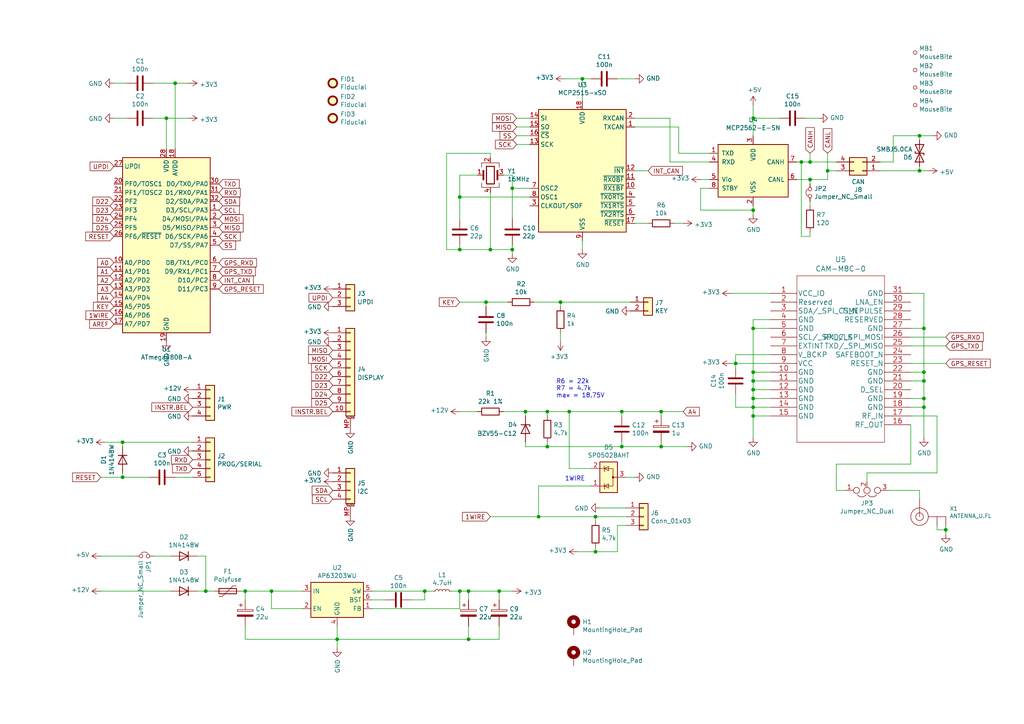
<source format=kicad_sch>
(kicad_sch (version 20230121) (generator eeschema)
  (paper "A4")
  (title_block (title "CAN Display") (date "2021-03-12") (rev "0.5.1") (company "fiz-o-matic"))
  (junction (at 191.77 119.38))
  (junction (at 218.44 34.29))
  (junction (at 165.1 119.38))
  (junction (at 97.79 185.42))
  (junction (at 218.44 60.96))
  (junction (at 144.78 171.45))
  (junction (at 267.97 107.95))
  (junction (at 158.75 129.54))
  (junction (at 191.77 129.54))
  (junction (at 168.91 22.86))
  (junction (at 148.59 72.39))
  (junction (at 274.32 153.67))
  (junction (at 234.95 52.07))
  (junction (at 123.19 171.45))
  (junction (at 135.89 185.42))
  (junction (at 218.44 115.57))
  (junction (at 267.97 118.11))
  (junction (at 218.44 95.25))
  (junction (at 135.89 171.45))
  (junction (at 133.35 72.39))
  (junction (at 162.56 87.63))
  (junction (at 35.56 128.27))
  (junction (at 71.12 171.45))
  (junction (at 267.97 95.25))
  (junction (at 218.44 107.95))
  (junction (at 152.4 119.38))
  (junction (at 267.97 110.49))
  (junction (at 156.21 149.86))
  (junction (at 142.24 72.39))
  (junction (at 48.26 34.29))
  (junction (at 133.35 171.45))
  (junction (at 78.74 171.45))
  (junction (at 213.36 105.41))
  (junction (at 172.72 160.02))
  (junction (at 266.7 39.37))
  (junction (at 50.8 24.13))
  (junction (at 180.34 119.38))
  (junction (at 158.75 119.38))
  (junction (at 133.35 57.15))
  (junction (at 232.41 46.99))
  (junction (at 180.34 129.54))
  (junction (at 218.44 113.03))
  (junction (at 172.72 149.86))
  (junction (at 148.59 54.61))
  (junction (at 234.95 46.99))
  (junction (at 240.03 49.53))
  (junction (at 218.44 110.49))
  (junction (at 218.44 120.65))
  (junction (at 59.69 171.45))
  (junction (at 267.97 115.57))
  (junction (at 140.97 87.63))
  (junction (at 218.44 118.11))
  (junction (at 35.56 138.43))
  (junction (at 266.7 49.53))
  (wire (pts (xy 196.85 44.45) (xy 205.74 44.45)))
  (wire (pts (xy 29.21 161.29) (xy 39.37 161.29)))
  (wire (pts (xy 35.56 137.16) (xy 35.56 138.43)))
  (wire (pts (xy 142.24 55.88) (xy 142.24 72.39)))
  (wire (pts (xy 148.59 50.8) (xy 148.59 54.61)))
  (wire (pts (xy 257.81 142.24) (xy 266.7 142.24)))
  (wire (pts (xy 234.95 46.99) (xy 242.57 46.99)))
  (wire (pts (xy 97.79 185.42) (xy 135.89 185.42)))
  (wire (pts (xy 133.35 176.53) (xy 133.35 171.45)))
  (wire (pts (xy 142.24 149.86) (xy 156.21 149.86)))
  (wire (pts (xy 35.56 138.43) (xy 43.18 138.43)))
  (wire (pts (xy 259.08 46.99) (xy 259.08 39.37)))
  (wire (pts (xy 267.97 110.49) (xy 267.97 115.57)))
  (wire (pts (xy 264.16 110.49) (xy 267.97 110.49)))
  (wire (pts (xy 271.78 153.67) (xy 274.32 153.67)))
  (wire (pts (xy 156.21 149.86) (xy 156.21 140.97)))
  (wire (pts (xy 163.83 22.86) (xy 168.91 22.86)))
  (wire (pts (xy 149.86 41.91) (xy 153.67 41.91)))
  (wire (pts (xy 123.19 173.99) (xy 123.19 171.45)))
  (wire (pts (xy 162.56 96.52) (xy 162.56 99.06)))
  (wire (pts (xy 264.16 118.11) (xy 267.97 118.11)))
  (wire (pts (xy 133.35 57.15) (xy 153.67 57.15)))
  (wire (pts (xy 149.86 39.37) (xy 153.67 39.37)))
  (wire (pts (xy 203.2 60.96) (xy 218.44 60.96)))
  (wire (pts (xy 259.08 39.37) (xy 266.7 39.37)))
  (wire (pts (xy 271.78 137.16) (xy 271.78 120.65)))
  (wire (pts (xy 172.72 149.86) (xy 181.61 149.86)))
  (wire (pts (xy 213.36 105.41) (xy 213.36 106.68)))
  (wire (pts (xy 172.72 151.13) (xy 172.72 149.86)))
  (wire (pts (xy 213.36 114.3) (xy 213.36 118.11)))
  (wire (pts (xy 152.4 120.65) (xy 152.4 119.38)))
  (wire (pts (xy 271.78 120.65) (xy 264.16 120.65)))
  (wire (pts (xy 154.94 87.63) (xy 162.56 87.63)))
  (wire (pts (xy 59.69 171.45) (xy 62.23 171.45)))
  (wire (pts (xy 144.78 185.42) (xy 144.78 181.61)))
  (wire (pts (xy 133.35 119.38) (xy 138.43 119.38)))
  (wire (pts (xy 242.57 134.62) (xy 242.57 142.24)))
  (wire (pts (xy 165.1 135.89) (xy 171.45 135.89)))
  (wire (pts (xy 266.7 40.64) (xy 266.7 39.37)))
  (wire (pts (xy 195.58 64.77) (xy 198.12 64.77)))
  (wire (pts (xy 30.48 128.27) (xy 35.56 128.27)))
  (wire (pts (xy 44.45 24.13) (xy 50.8 24.13)))
  (wire (pts (xy 142.24 44.45) (xy 129.54 44.45)))
  (wire (pts (xy 213.36 105.41) (xy 212.09 105.41)))
  (wire (pts (xy 218.44 92.71) (xy 218.44 95.25)))
  (wire (pts (xy 264.16 123.19) (xy 264.16 134.62)))
  (wire (pts (xy 158.75 120.65) (xy 158.75 119.38)))
  (wire (pts (xy 71.12 171.45) (xy 78.74 171.45)))
  (wire (pts (xy 148.59 54.61) (xy 153.67 54.61)))
  (wire (pts (xy 269.24 49.53) (xy 266.7 49.53)))
  (wire (pts (xy 148.59 63.5) (xy 148.59 54.61)))
  (wire (pts (xy 267.97 118.11) (xy 267.97 127)))
  (wire (pts (xy 264.16 115.57) (xy 267.97 115.57)))
  (wire (pts (xy 203.2 52.07) (xy 205.74 52.07)))
  (wire (pts (xy 223.52 120.65) (xy 218.44 120.65)))
  (wire (pts (xy 233.68 34.29) (xy 237.49 34.29)))
  (wire (pts (xy 213.36 102.87) (xy 223.52 102.87)))
  (wire (pts (xy 218.44 107.95) (xy 218.44 110.49)))
  (wire (pts (xy 191.77 119.38) (xy 198.12 119.38)))
  (wire (pts (xy 50.8 24.13) (xy 50.8 43.18)))
  (wire (pts (xy 274.32 152.4) (xy 274.32 153.67)))
  (wire (pts (xy 218.44 120.65) (xy 218.44 127)))
  (wire (pts (xy 33.02 24.13) (xy 36.83 24.13)))
  (wire (pts (xy 78.74 176.53) (xy 78.74 171.45)))
  (wire (pts (xy 50.8 138.43) (xy 55.88 138.43)))
  (wire (pts (xy 156.21 149.86) (xy 172.72 149.86)))
  (wire (pts (xy 234.95 68.58) (xy 234.95 67.31)))
  (wire (pts (xy 172.72 158.75) (xy 172.72 160.02)))
  (wire (pts (xy 146.05 50.8) (xy 148.59 50.8)))
  (wire (pts (xy 148.59 72.39) (xy 148.59 73.66)))
  (wire (pts (xy 184.15 49.53) (xy 187.96 49.53)))
  (wire (pts (xy 194.31 46.99) (xy 205.74 46.99)))
  (wire (pts (xy 172.72 160.02) (xy 179.07 160.02)))
  (wire (pts (xy 203.2 54.61) (xy 203.2 60.96)))
  (wire (pts (xy 71.12 171.45) (xy 71.12 173.99)))
  (wire (pts (xy 129.54 72.39) (xy 133.35 72.39)))
  (wire (pts (xy 223.52 105.41) (xy 213.36 105.41)))
  (wire (pts (xy 133.35 63.5) (xy 133.35 57.15)))
  (wire (pts (xy 167.64 160.02) (xy 172.72 160.02)))
  (wire (pts (xy 223.52 118.11) (xy 218.44 118.11)))
  (wire (pts (xy 232.41 46.99) (xy 234.95 46.99)))
  (wire (pts (xy 218.44 113.03) (xy 218.44 115.57)))
  (wire (pts (xy 251.46 139.7) (xy 251.46 137.16)))
  (wire (pts (xy 264.16 95.25) (xy 267.97 95.25)))
  (wire (pts (xy 194.31 34.29) (xy 194.31 46.99)))
  (wire (pts (xy 133.35 171.45) (xy 130.81 171.45)))
  (wire (pts (xy 264.16 134.62) (xy 242.57 134.62)))
  (wire (pts (xy 35.56 128.27) (xy 55.88 128.27)))
  (wire (pts (xy 168.91 69.85) (xy 168.91 72.39)))
  (wire (pts (xy 184.15 64.77) (xy 187.96 64.77)))
  (wire (pts (xy 149.86 36.83) (xy 153.67 36.83)))
  (wire (pts (xy 133.35 171.45) (xy 135.89 171.45)))
  (wire (pts (xy 232.41 46.99) (xy 232.41 68.58)))
  (wire (pts (xy 218.44 95.25) (xy 218.44 107.95)))
  (wire (pts (xy 240.03 52.07) (xy 240.03 49.53)))
  (wire (pts (xy 180.34 128.27) (xy 180.34 129.54)))
  (wire (pts (xy 152.4 128.27) (xy 152.4 129.54)))
  (wire (pts (xy 242.57 142.24) (xy 245.11 142.24)))
  (wire (pts (xy 158.75 128.27) (xy 158.75 129.54)))
  (wire (pts (xy 48.26 34.29) (xy 54.61 34.29)))
  (wire (pts (xy 97.79 185.42) (xy 97.79 187.96)))
  (wire (pts (xy 44.45 34.29) (xy 48.26 34.29)))
  (wire (pts (xy 234.95 59.69) (xy 234.95 58.42)))
  (wire (pts (xy 158.75 129.54) (xy 180.34 129.54)))
  (wire (pts (xy 180.34 120.65) (xy 180.34 119.38)))
  (wire (pts (xy 179.07 22.86) (xy 184.15 22.86)))
  (wire (pts (xy 180.34 119.38) (xy 191.77 119.38)))
  (wire (pts (xy 223.52 115.57) (xy 218.44 115.57)))
  (wire (pts (xy 162.56 88.9) (xy 162.56 87.63)))
  (wire (pts (xy 135.89 181.61) (xy 135.89 185.42)))
  (wire (pts (xy 191.77 120.65) (xy 191.77 119.38)))
  (wire (pts (xy 140.97 88.9) (xy 140.97 87.63)))
  (wire (pts (xy 152.4 129.54) (xy 158.75 129.54)))
  (wire (pts (xy 173.99 147.32) (xy 181.61 147.32)))
  (wire (pts (xy 168.91 29.21) (xy 168.91 22.86)))
  (wire (pts (xy 158.75 119.38) (xy 165.1 119.38)))
  (wire (pts (xy 266.7 39.37) (xy 270.51 39.37)))
  (wire (pts (xy 212.09 85.09) (xy 223.52 85.09)))
  (wire (pts (xy 266.7 48.26) (xy 266.7 49.53)))
  (wire (pts (xy 266.7 142.24) (xy 266.7 144.78)))
  (wire (pts (xy 142.24 72.39) (xy 148.59 72.39)))
  (wire (pts (xy 205.74 54.61) (xy 203.2 54.61)))
  (wire (pts (xy 234.95 52.07) (xy 240.03 52.07)))
  (wire (pts (xy 171.45 22.86) (xy 168.91 22.86)))
  (wire (pts (xy 223.52 113.03) (xy 218.44 113.03)))
  (wire (pts (xy 107.95 173.99) (xy 111.76 173.99)))
  (wire (pts (xy 240.03 44.45) (xy 240.03 49.53)))
  (wire (pts (xy 218.44 30.48) (xy 218.44 34.29)))
  (wire (pts (xy 69.85 171.45) (xy 71.12 171.45)))
  (wire (pts (xy 231.14 52.07) (xy 234.95 52.07)))
  (wire (pts (xy 196.85 36.83) (xy 196.85 44.45)))
  (wire (pts (xy 107.95 176.53) (xy 133.35 176.53)))
  (wire (pts (xy 162.56 87.63) (xy 182.88 87.63)))
  (wire (pts (xy 33.02 34.29) (xy 36.83 34.29)))
  (wire (pts (xy 152.4 119.38) (xy 158.75 119.38)))
  (wire (pts (xy 264.16 85.09) (xy 267.97 85.09)))
  (wire (pts (xy 135.89 171.45) (xy 144.78 171.45)))
  (wire (pts (xy 78.74 171.45) (xy 87.63 171.45)))
  (wire (pts (xy 29.21 138.43) (xy 35.56 138.43)))
  (wire (pts (xy 223.52 107.95) (xy 218.44 107.95)))
  (wire (pts (xy 133.35 87.63) (xy 140.97 87.63)))
  (wire (pts (xy 267.97 107.95) (xy 267.97 110.49)))
  (wire (pts (xy 213.36 118.11) (xy 218.44 118.11)))
  (wire (pts (xy 218.44 60.96) (xy 218.44 62.23)))
  (wire (pts (xy 180.34 129.54) (xy 191.77 129.54)))
  (wire (pts (xy 274.32 100.33) (xy 264.16 100.33)))
  (wire (pts (xy 218.44 110.49) (xy 218.44 113.03)))
  (wire (pts (xy 232.41 68.58) (xy 234.95 68.58)))
  (wire (pts (xy 184.15 36.83) (xy 196.85 36.83)))
  (wire (pts (xy 129.54 44.45) (xy 129.54 72.39)))
  (wire (pts (xy 267.97 85.09) (xy 267.97 95.25)))
  (wire (pts (xy 142.24 45.72) (xy 142.24 44.45)))
  (wire (pts (xy 123.19 171.45) (xy 125.73 171.45)))
  (wire (pts (xy 57.15 171.45) (xy 59.69 171.45)))
  (wire (pts (xy 71.12 181.61) (xy 71.12 185.42)))
  (wire (pts (xy 181.61 138.43) (xy 184.15 138.43)))
  (wire (pts (xy 107.95 171.45) (xy 123.19 171.45)))
  (wire (pts (xy 255.27 46.99) (xy 259.08 46.99)))
  (wire (pts (xy 35.56 129.54) (xy 35.56 128.27)))
  (wire (pts (xy 271.78 152.4) (xy 271.78 153.67)))
  (wire (pts (xy 213.36 105.41) (xy 213.36 102.87)))
  (wire (pts (xy 87.63 176.53) (xy 78.74 176.53)))
  (wire (pts (xy 267.97 115.57) (xy 267.97 118.11)))
  (wire (pts (xy 234.95 44.45) (xy 234.95 46.99)))
  (wire (pts (xy 119.38 173.99) (xy 123.19 173.99)))
  (wire (pts (xy 165.1 119.38) (xy 180.34 119.38)))
  (wire (pts (xy 144.78 171.45) (xy 148.59 171.45)))
  (wire (pts (xy 140.97 87.63) (xy 147.32 87.63)))
  (wire (pts (xy 240.03 49.53) (xy 242.57 49.53)))
  (wire (pts (xy 140.97 96.52) (xy 140.97 97.79)))
  (wire (pts (xy 191.77 129.54) (xy 199.39 129.54)))
  (wire (pts (xy 57.15 161.29) (xy 59.69 161.29)))
  (wire (pts (xy 179.07 160.02) (xy 179.07 152.4)))
  (wire (pts (xy 146.05 119.38) (xy 152.4 119.38)))
  (wire (pts (xy 274.32 97.79) (xy 264.16 97.79)))
  (wire (pts (xy 251.46 137.16) (xy 271.78 137.16)))
  (wire (pts (xy 71.12 185.42) (xy 97.79 185.42)))
  (wire (pts (xy 156.21 140.97) (xy 171.45 140.97)))
  (wire (pts (xy 218.44 118.11) (xy 218.44 120.65)))
  (wire (pts (xy 264.16 107.95) (xy 267.97 107.95)))
  (wire (pts (xy 223.52 110.49) (xy 218.44 110.49)))
  (wire (pts (xy 48.26 34.29) (xy 48.26 43.18)))
  (wire (pts (xy 138.43 50.8) (xy 133.35 50.8)))
  (wire (pts (xy 135.89 171.45) (xy 135.89 173.99)))
  (wire (pts (xy 274.32 153.67) (xy 274.32 154.94)))
  (wire (pts (xy 133.35 50.8) (xy 133.35 57.15)))
  (wire (pts (xy 274.32 105.41) (xy 264.16 105.41)))
  (wire (pts (xy 144.78 171.45) (xy 144.78 173.99)))
  (wire (pts (xy 223.52 95.25) (xy 218.44 95.25)))
  (wire (pts (xy 149.86 34.29) (xy 153.67 34.29)))
  (wire (pts (xy 191.77 128.27) (xy 191.77 129.54)))
  (wire (pts (xy 255.27 49.53) (xy 266.7 49.53)))
  (wire (pts (xy 218.44 59.69) (xy 218.44 60.96)))
  (wire (pts (xy 218.44 115.57) (xy 218.44 118.11)))
  (wire (pts (xy 97.79 181.61) (xy 97.79 185.42)))
  (wire (pts (xy 231.14 46.99) (xy 232.41 46.99)))
  (wire (pts (xy 148.59 71.12) (xy 148.59 72.39)))
  (wire (pts (xy 223.52 92.71) (xy 218.44 92.71)))
  (wire (pts (xy 135.89 185.42) (xy 144.78 185.42)))
  (wire (pts (xy 165.1 119.38) (xy 165.1 135.89)))
  (wire (pts (xy 59.69 161.29) (xy 59.69 171.45)))
  (wire (pts (xy 234.95 53.34) (xy 234.95 52.07)))
  (wire (pts (xy 50.8 24.13) (xy 54.61 24.13)))
  (wire (pts (xy 218.44 34.29) (xy 218.44 39.37)))
  (wire (pts (xy 133.35 72.39) (xy 142.24 72.39)))
  (wire (pts (xy 44.45 161.29) (xy 49.53 161.29)))
  (wire (pts (xy 133.35 71.12) (xy 133.35 72.39)))
  (wire (pts (xy 29.21 171.45) (xy 49.53 171.45)))
  (wire (pts (xy 267.97 95.25) (xy 267.97 107.95)))
  (wire (pts (xy 226.06 34.29) (xy 218.44 34.29)))
  (wire (pts (xy 179.07 152.4) (xy 181.61 152.4)))
  (wire (pts (xy 184.15 34.29) (xy 194.31 34.29)))
  (text "1WIRE" (at 163.83 139.7 0) (effects (font (size 1.27 1.27)) (justify left bottom)))
  (text "R6 = 22k\nR7 = 4.7k\nmax = 18.75V" (at 161.29 115.57 0) (effects (font (size 1.27 1.27)) (justify left bottom)))
  (global_label "1WIRE" (shape input) (at 142.24 149.86 180) (property "Intersheetrefs" "${INTERSHEET_REFS}" (effects hide)))
  (global_label "MISO" (shape input) (at 149.86 36.83 180) (property "Intersheetrefs" "${INTERSHEET_REFS}" (effects hide)))
  (global_label "MISO" (shape input) (at 96.52 101.6 180) (property "Intersheetrefs" "${INTERSHEET_REFS}" (effects hide)))
  (global_label "RXD" (shape input) (at 63.5 55.88 0) (property "Intersheetrefs" "${INTERSHEET_REFS}" (effects hide)))
  (global_label "UPDI" (shape input) (at 33.02 48.26 180) (property "Intersheetrefs" "${INTERSHEET_REFS}" (effects hide)))
  (global_label "KEY" (shape input) (at 133.35 87.63 180) (property "Intersheetrefs" "${INTERSHEET_REFS}" (effects hide)))
  (global_label "INT_CAN" (shape input) (at 63.5 81.28 0) (property "Intersheetrefs" "${INTERSHEET_REFS}" (effects hide)))
  (global_label "TXD" (shape input) (at 55.88 135.89 180) (property "Intersheetrefs" "${INTERSHEET_REFS}" (effects hide)))
  (global_label "RESET" (shape input) (at 33.02 68.58 180) (property "Intersheetrefs" "${INTERSHEET_REFS}" (effects hide)))
  (global_label "INSTR.BEL" (shape input) (at 96.52 119.38 180) (property "Intersheetrefs" "${INTERSHEET_REFS}" (effects hide)))
  (global_label "A4" (shape input) (at 198.12 119.38 0) (property "Intersheetrefs" "${INTERSHEET_REFS}" (effects hide)))
  (global_label "AREF" (shape input) (at 33.02 93.98 180) (property "Intersheetrefs" "${INTERSHEET_REFS}" (effects hide)))
  (global_label "D23" (shape input) (at 96.52 111.76 180) (property "Intersheetrefs" "${INTERSHEET_REFS}" (effects hide)))
  (global_label "SS" (shape input) (at 149.86 39.37 180) (property "Intersheetrefs" "${INTERSHEET_REFS}" (effects hide)))
  (global_label "MOSI" (shape input) (at 96.52 104.14 180) (property "Intersheetrefs" "${INTERSHEET_REFS}" (effects hide)))
  (global_label "D25" (shape input) (at 96.52 116.84 180) (property "Intersheetrefs" "${INTERSHEET_REFS}" (effects hide)))
  (global_label "A0" (shape input) (at 33.02 76.2 180) (property "Intersheetrefs" "${INTERSHEET_REFS}" (effects hide)))
  (global_label "MISO" (shape input) (at 63.5 66.04 0) (property "Intersheetrefs" "${INTERSHEET_REFS}" (effects hide)))
  (global_label "SCL" (shape input) (at 96.52 144.78 180) (property "Intersheetrefs" "${INTERSHEET_REFS}" (effects hide)))
  (global_label "A4" (shape input) (at 33.02 86.36 180) (property "Intersheetrefs" "${INTERSHEET_REFS}" (effects hide)))
  (global_label "D24" (shape input) (at 33.02 63.5 180) (property "Intersheetrefs" "${INTERSHEET_REFS}" (effects hide)))
  (global_label "D24" (shape input) (at 96.52 114.3 180) (property "Intersheetrefs" "${INTERSHEET_REFS}" (effects hide)))
  (global_label "SDA" (shape input) (at 63.5 58.42 0) (property "Intersheetrefs" "${INTERSHEET_REFS}" (effects hide)))
  (global_label "INT_CAN" (shape input) (at 187.96 49.53 0) (property "Intersheetrefs" "${INTERSHEET_REFS}" (effects hide)))
  (global_label "1WIRE" (shape input) (at 33.02 91.44 180) (property "Intersheetrefs" "${INTERSHEET_REFS}" (effects hide)))
  (global_label "SCL" (shape input) (at 63.5 60.96 0) (property "Intersheetrefs" "${INTERSHEET_REFS}" (effects hide)))
  (global_label "A3" (shape input) (at 33.02 83.82 180) (property "Intersheetrefs" "${INTERSHEET_REFS}" (effects hide)))
  (global_label "MOSI" (shape input) (at 149.86 34.29 180) (property "Intersheetrefs" "${INTERSHEET_REFS}" (effects hide)))
  (global_label "SCK" (shape input) (at 63.5 68.58 0) (property "Intersheetrefs" "${INTERSHEET_REFS}" (effects hide)))
  (global_label "SS" (shape input) (at 63.5 71.12 0) (property "Intersheetrefs" "${INTERSHEET_REFS}" (effects hide)))
  (global_label "UPDI" (shape input) (at 96.52 86.36 180) (property "Intersheetrefs" "${INTERSHEET_REFS}" (effects hide)))
  (global_label "SCK" (shape input) (at 149.86 41.91 180) (property "Intersheetrefs" "${INTERSHEET_REFS}" (effects hide)))
  (global_label "GPS_RXD" (shape input) (at 63.5 76.2 0) (property "Intersheetrefs" "${INTERSHEET_REFS}" (effects hide)))
  (global_label "D22" (shape input) (at 33.02 58.42 180) (property "Intersheetrefs" "${INTERSHEET_REFS}" (effects hide)))
  (global_label "CANL" (shape input) (at 240.03 44.45 90) (property "Intersheetrefs" "${INTERSHEET_REFS}" (effects hide)))
  (global_label "D22" (shape input) (at 96.52 109.22 180) (property "Intersheetrefs" "${INTERSHEET_REFS}" (effects hide)))
  (global_label "GPS_RESET" (shape input) (at 274.32 105.41 0) (property "Intersheetrefs" "${INTERSHEET_REFS}" (effects hide)))
  (global_label "RESET" (shape input) (at 29.21 138.43 180) (property "Intersheetrefs" "${INTERSHEET_REFS}" (effects hide)))
  (global_label "GPS_RESET" (shape input) (at 63.5 83.82 0) (property "Intersheetrefs" "${INTERSHEET_REFS}" (effects hide)))
  (global_label "TXD" (shape input) (at 63.5 53.34 0) (property "Intersheetrefs" "${INTERSHEET_REFS}" (effects hide)))
  (global_label "GPS_TXD" (shape input) (at 274.32 100.33 0) (property "Intersheetrefs" "${INTERSHEET_REFS}" (effects hide)))
  (global_label "SCK" (shape input) (at 96.52 106.68 180) (property "Intersheetrefs" "${INTERSHEET_REFS}" (effects hide)))
  (global_label "A1" (shape input) (at 33.02 78.74 180) (property "Intersheetrefs" "${INTERSHEET_REFS}" (effects hide)))
  (global_label "GPS_TXD" (shape input) (at 63.5 78.74 0) (property "Intersheetrefs" "${INTERSHEET_REFS}" (effects hide)))
  (global_label "CANH" (shape input) (at 234.95 44.45 90) (property "Intersheetrefs" "${INTERSHEET_REFS}" (effects hide)))
  (global_label "D23" (shape input) (at 33.02 60.96 180) (property "Intersheetrefs" "${INTERSHEET_REFS}" (effects hide)))
  (global_label "KEY" (shape input) (at 33.02 88.9 180) (property "Intersheetrefs" "${INTERSHEET_REFS}" (effects hide)))
  (global_label "RXD" (shape input) (at 55.88 133.35 180) (property "Intersheetrefs" "${INTERSHEET_REFS}" (effects hide)))
  (global_label "GPS_RXD" (shape input) (at 274.32 97.79 0) (property "Intersheetrefs" "${INTERSHEET_REFS}" (effects hide)))
  (global_label "D25" (shape input) (at 33.02 66.04 180) (property "Intersheetrefs" "${INTERSHEET_REFS}" (effects hide)))
  (global_label "MOSI" (shape input) (at 63.5 63.5 0) (property "Intersheetrefs" "${INTERSHEET_REFS}" (effects hide)))
  (global_label "A2" (shape input) (at 33.02 81.28 180) (property "Intersheetrefs" "${INTERSHEET_REFS}" (effects hide)))
  (global_label "INSTR.BEL" (shape input) (at 55.88 118.11 180) (property "Intersheetrefs" "${INTERSHEET_REFS}" (effects hide)))
  (global_label "SDA" (shape input) (at 96.52 142.24 180) (property "Intersheetrefs" "${INTERSHEET_REFS}" (effects hide)))
  (symbol (lib_id "Device:C") (at 148.59 67.31 0) (unit 1)
    (property "Reference" "C10" (at 151.511 66.1416 0) (effects (justify left)))
    (property "Value" "22p" (at 151.511 68.453 0) (effects (justify left)))
    (property "Footprint" "Capacitor_SMD:C_0805_2012Metric_Pad1.18x1.45mm_HandSolder" (effects hide))
  )
  (symbol (lib_id "Device:C") (at 133.35 67.31 0) (unit 1)
    (property "Reference" "C6" (at 136.271 66.1416 0) (effects (justify left)))
    (property "Value" "22p" (at 136.271 68.453 0) (effects (justify left)))
    (property "Footprint" "Capacitor_SMD:C_0805_2012Metric_Pad1.18x1.45mm_HandSolder" (effects hide))
  )
  (symbol (lib_id "power:+5V") (at 218.44 30.48 0) (unit 1)
    (property "Reference" "#PWR039" (effects hide))
    (property "Value" "+5V" (at 218.821 26.0858 0))
  )
  (symbol (lib_id "power:GND") (at 218.44 62.23 0) (unit 1)
    (property "Reference" "#PWR040" (effects hide))
    (property "Value" "GND" (at 218.567 66.6242 0))
  )
  (symbol (lib_id "power:GND") (at 168.91 72.39 0) (unit 1)
    (property "Reference" "#PWR029" (effects hide))
    (property "Value" "GND" (at 169.037 76.7842 0))
  )
  (symbol (lib_id "power:GND") (at 148.59 73.66 0) (unit 1)
    (property "Reference" "#PWR024" (effects hide))
    (property "Value" "GND" (at 148.717 78.0542 0))
  )
  (symbol (lib_id "Device:R") (at 234.95 63.5 0) (unit 1)
    (property "Reference" "R7" (at 236.728 62.3316 0) (effects (justify left)))
    (property "Value" "120" (at 236.728 64.643 0) (effects (justify left)))
    (property "Footprint" "Resistor_SMD:R_0805_2012Metric_Pad1.20x1.40mm_HandSolder" (effects hide))
  )
  (symbol (lib_id "SmartDisplay-rescue:Jumper_NC_Small-Device") (at 234.95 55.88 90) (unit 1)
    (property "Reference" "JP2" (at 236.1438 54.7116 90) (effects (justify right)))
    (property "Value" "Jumper_NC_Small" (at 236.1438 57.023 90) (effects (justify right)))
    (property "Footprint" "Jumper:SolderJumper-2_P1.3mm_Open_RoundedPad1.0x1.5mm" (effects hide))
  )
  (symbol (lib_id "Device:C") (at 46.99 138.43 270) (unit 1)
    (property "Reference" "C3" (at 46.99 132.0292 90))
    (property "Value" "100n" (at 46.99 134.3406 90))
    (property "Footprint" "Capacitor_SMD:C_0805_2012Metric_Pad1.18x1.45mm_HandSolder" (effects hide))
    (property "Preis" "0,02" (effects hide))
  )
  (symbol (lib_id "power:+5V") (at 269.24 49.53 270) (unit 1)
    (property "Reference" "#PWR044" (effects hide))
    (property "Value" "+5V" (at 272.4912 49.911 90) (effects (justify left)))
  )
  (symbol (lib_id "power:+12V") (at 55.88 113.03 90) (unit 1)
    (property "Reference" "#PWR09" (effects hide))
    (property "Value" "+12V" (at 52.6288 112.649 90) (effects (justify left)))
  )
  (symbol (lib_id "Device:C") (at 229.87 34.29 270) (unit 1)
    (property "Reference" "C15" (at 229.87 27.8892 90))
    (property "Value" "100n" (at 229.87 30.2006 90))
    (property "Footprint" "Capacitor_SMD:C_0805_2012Metric_Pad1.18x1.45mm_HandSolder" (effects hide))
    (property "Preis" "0,02" (effects hide))
  )
  (symbol (lib_id "Device:C") (at 175.26 22.86 270) (unit 1)
    (property "Reference" "C11" (at 175.26 16.4592 90))
    (property "Value" "100n" (at 175.26 18.7706 90))
    (property "Footprint" "Capacitor_SMD:C_0805_2012Metric_Pad1.18x1.45mm_HandSolder" (effects hide))
    (property "Preis" "0,02" (effects hide))
  )
  (symbol (lib_id "Device:C") (at 40.64 34.29 270) (unit 1)
    (property "Reference" "C2" (at 40.64 27.8892 90))
    (property "Value" "100n" (at 40.64 30.2006 90))
    (property "Footprint" "Capacitor_SMD:C_0805_2012Metric_Pad1.18x1.45mm_HandSolder" (effects hide))
    (property "Preis" "0,02" (effects hide))
  )
  (symbol (lib_id "power:GND") (at 48.26 99.06 0) (unit 1)
    (property "Reference" "#PWR06" (effects hide))
    (property "Value" "GND" (at 48.387 102.3112 90) (effects (justify right)))
  )
  (symbol (lib_id "power:GND") (at 184.15 22.86 90) (unit 1)
    (property "Reference" "#PWR032" (effects hide))
    (property "Value" "GND" (at 187.4012 22.733 90) (effects (justify right)))
  )
  (symbol (lib_id "power:GND") (at 237.49 34.29 90) (unit 1)
    (property "Reference" "#PWR042" (effects hide))
    (property "Value" "GND" (at 240.7412 34.163 90) (effects (justify right)))
  )
  (symbol (lib_id "power:GND") (at 55.88 120.65 270) (unit 1)
    (property "Reference" "#PWR011" (effects hide))
    (property "Value" "GND" (at 52.6288 120.777 90) (effects (justify right)))
  )
  (symbol (lib_id "Connector_Generic:Conn_02x02_Top_Bottom") (at 250.19 49.53 180) (unit 1)
    (property "Reference" "J8" (at 248.92 55.0418 0))
    (property "Value" "CAN" (at 248.92 52.7304 0))
    (property "Footprint" "Connector_Molex:Molex_Micro-Fit_3.0_43045-0412_2x02_P3.00mm_Vertical" (effects hide))
  )
  (symbol (lib_id "power:GND") (at 173.99 147.32 270) (unit 1)
    (property "Reference" "#PWR030" (effects hide))
    (property "Value" "GND" (at 170.7388 147.447 90) (effects (justify right)))
  )
  (symbol (lib_id "Device:R") (at 172.72 154.94 0) (unit 1)
    (property "Reference" "R5" (at 174.498 153.7716 0) (effects (justify left)))
    (property "Value" "4.7k" (at 174.498 156.083 0) (effects (justify left)))
    (property "Footprint" "Resistor_SMD:R_0805_2012Metric_Pad1.20x1.40mm_HandSolder" (effects hide))
  )
  (symbol (lib_id "Interface_CAN_LIN:MCP2562-E-SN") (at 218.44 49.53 0) (unit 1)
    (property "Reference" "U4" (at 218.44 34.7726 0))
    (property "Value" "MCP2562-E-SN" (at 218.44 37.084 0))
    (property "Footprint" "Package_SO:SOIC-8_3.9x4.9mm_P1.27mm" (effects hide))
    (property "Datasheet" "http://ww1.microchip.com/downloads/en/DeviceDoc/25167A.pdf" (effects hide))
    (property "Preis" "1,2" (effects hide))
  )
  (symbol (lib_id "Device:R") (at 191.77 64.77 270) (unit 1)
    (property "Reference" "R6" (at 191.77 59.5122 90))
    (property "Value" "10k" (at 191.77 61.8236 90))
    (property "Footprint" "Resistor_SMD:R_0805_2012Metric_Pad1.20x1.40mm_HandSolder" (effects hide))
  )
  (symbol (lib_id "Mechanical:MountingHole_Pad") (at 166.37 181.61 0) (unit 1)
    (property "Reference" "H1" (at 168.91 180.3654 0) (effects (justify left)))
    (property "Value" "MountingHole_Pad" (at 168.91 182.6768 0) (effects (justify left)))
    (property "Footprint" "MountingHole:MountingHole_2.2mm_M2" (effects hide))
  )
  (symbol (lib_id "Mechanical:MountingHole_Pad") (at 166.37 190.5 0) (unit 1)
    (property "Reference" "H2" (at 168.91 189.2554 0) (effects (justify left)))
    (property "Value" "MountingHole_Pad" (at 168.91 191.5668 0) (effects (justify left)))
    (property "Footprint" "MountingHole:MountingHole_2.2mm_M2" (effects hide))
  )
  (symbol (lib_id "Device:C") (at 140.97 92.71 0) (unit 1)
    (property "Reference" "C8" (at 143.891 91.5416 0) (effects (justify left)))
    (property "Value" "100n" (at 143.891 93.853 0) (effects (justify left)))
    (property "Footprint" "Capacitor_SMD:C_0805_2012Metric_Pad1.18x1.45mm_HandSolder" (effects hide))
    (property "Preis" "0,02" (effects hide))
  )
  (symbol (lib_id "Device:R") (at 151.13 87.63 270) (unit 1)
    (property "Reference" "R2" (at 151.13 82.3722 90))
    (property "Value" "10k" (at 151.13 84.6836 90))
    (property "Footprint" "Resistor_SMD:R_0805_2012Metric_Pad1.20x1.40mm_HandSolder" (effects hide))
  )
  (symbol (lib_id "Device:R") (at 162.56 92.71 0) (unit 1)
    (property "Reference" "R4" (at 164.338 91.5416 0) (effects (justify left)))
    (property "Value" "1k" (at 164.338 93.853 0) (effects (justify left)))
    (property "Footprint" "Resistor_SMD:R_0805_2012Metric_Pad1.20x1.40mm_HandSolder" (effects hide))
  )
  (symbol (lib_id "power:GND") (at 140.97 97.79 0) (unit 1)
    (property "Reference" "#PWR023" (effects hide))
    (property "Value" "GND" (at 141.097 101.0412 90) (effects (justify right)))
  )
  (symbol (lib_id "Device:R") (at 142.24 119.38 270) (unit 1)
    (property "Reference" "R1" (at 142.24 114.1222 90))
    (property "Value" "22k 1%" (at 142.24 116.4336 90))
    (property "Footprint" "Resistor_SMD:R_0805_2012Metric_Pad1.20x1.40mm_HandSolder" (effects hide))
  )
  (symbol (lib_id "Device:R") (at 158.75 124.46 0) (unit 1)
    (property "Reference" "R3" (at 160.528 123.2916 0) (effects (justify left)))
    (property "Value" "4.7k" (at 160.528 125.603 0) (effects (justify left)))
    (property "Footprint" "Resistor_SMD:R_0805_2012Metric_Pad1.20x1.40mm_HandSolder" (effects hide))
  )
  (symbol (lib_id "Device:C") (at 180.34 124.46 0) (unit 1)
    (property "Reference" "C12" (at 183.261 123.2916 0) (effects (justify left)))
    (property "Value" "100n" (at 183.261 125.603 0) (effects (justify left)))
    (property "Footprint" "Capacitor_SMD:C_0805_2012Metric_Pad1.18x1.45mm_HandSolder" (effects hide))
    (property "Preis" "0,02" (effects hide))
  )
  (symbol (lib_id "SmartDisplay-rescue:CP-Device") (at 191.77 124.46 0) (unit 1)
    (property "Reference" "C13" (at 194.7672 123.2916 0) (effects (justify left)))
    (property "Value" "1u" (at 194.7672 125.603 0) (effects (justify left)))
    (property "Footprint" "Capacitor_SMD:C_1206_3216Metric_Pad1.33x1.80mm_HandSolder" (effects hide))
    (property "Preis" "0,22" (effects hide))
  )
  (symbol (lib_id "Device:D_Zener") (at 152.4 124.46 270) (unit 1)
    (property "Reference" "D4" (at 147.32 123.19 90) (effects (justify left)))
    (property "Value" "BZV55-C12" (at 138.43 125.73 90) (effects (justify left)))
    (property "Footprint" "Diode_SMD:D_MiniMELF" (effects hide))
    (property "MPN" "BZV55-C12,115" (effects hide))
    (property "Preis" "0,05" (effects hide))
  )
  (symbol (lib_id "power:GND") (at 199.39 129.54 90) (unit 1)
    (property "Reference" "#PWR035" (effects hide))
    (property "Value" "GND" (at 202.6412 129.413 90) (effects (justify right)))
  )
  (symbol (lib_id "power:GND") (at 55.88 115.57 270) (unit 1)
    (property "Reference" "#PWR010" (effects hide))
    (property "Value" "GND" (at 52.6288 115.697 90) (effects (justify right)))
  )
  (symbol (lib_id "power:GND") (at 182.88 90.17 270) (unit 1)
    (property "Reference" "#PWR031" (effects hide))
    (property "Value" "GND" (at 179.6288 90.297 90) (effects (justify right)))
  )
  (symbol (lib_id "Device:D_TVS") (at 266.7 44.45 90) (unit 1)
    (property "Reference" "D6" (at 264.668 45.6184 90) (effects (justify left)))
    (property "Value" "SMBJ5.0CA" (at 264.668 43.307 90) (effects (justify left)))
    (property "Footprint" "Diode_SMD:D_SMB" (effects hide))
    (property "Reichelt" "P6SMB 5,0CA SMD" (effects hide))
    (property "Preis" "0,35" (effects hide))
  )
  (symbol (lib_id "power:GND") (at 270.51 39.37 90) (unit 1)
    (property "Reference" "#PWR045" (effects hide))
    (property "Value" "GND" (at 273.7612 39.243 90) (effects (justify right)))
  )
  (symbol (lib_id "Connector_Generic:Conn_01x05") (at 60.96 133.35 0) (unit 1)
    (property "Reference" "J2" (at 62.992 132.2832 0) (effects (justify left)))
    (property "Value" "PROG/SERIAL" (at 62.992 134.5946 0) (effects (justify left)))
    (property "Footprint" "Connector_JST:JST_XH_B5B-XH-A_1x05_P2.50mm_Vertical" (effects hide))
  )
  (symbol (lib_id "power:GND") (at 55.88 130.81 270) (unit 1)
    (property "Reference" "#PWR012" (effects hide))
    (property "Value" "GND" (at 52.6288 130.937 90) (effects (justify right)))
  )
  (symbol (lib_id "power:GND") (at 96.52 88.9 270) (unit 1)
    (property "Reference" "#PWR014" (effects hide))
    (property "Value" "GND" (at 93.2688 89.027 90) (effects (justify right)))
  )
  (symbol (lib_id "power:GND") (at 96.52 99.06 270) (unit 1)
    (property "Reference" "#PWR016" (effects hide))
    (property "Value" "GND" (at 93.2688 99.187 90) (effects (justify right)))
  )
  (symbol (lib_id "power:+12V") (at 133.35 119.38 90) (unit 1)
    (property "Reference" "#PWR022" (effects hide))
    (property "Value" "+12V" (at 130.0988 118.999 90) (effects (justify left)))
  )
  (symbol (lib_id "Connector_Generic:Conn_01x04") (at 60.96 115.57 0) (unit 1)
    (property "Reference" "J1" (at 62.992 115.7732 0) (effects (justify left)))
    (property "Value" "PWR" (at 62.992 118.0846 0) (effects (justify left)))
    (property "Footprint" "Connector_JST:JST_XH_B4B-XH-A_1x04_P2.50mm_Vertical" (effects hide))
  )
  (symbol (lib_id "Connector_Generic:Conn_01x02") (at 187.96 87.63 0) (unit 1)
    (property "Reference" "J7" (at 189.992 87.8332 0) (effects (justify left)))
    (property "Value" "KEY" (at 189.992 90.1446 0) (effects (justify left)))
    (property "Footprint" "Connector_JST:JST_XH_B2B-XH-A_1x02_P2.50mm_Vertical" (effects hide))
  )
  (symbol (lib_id "Device:Crystal_GND24") (at 142.24 50.8 0) (unit 1)
    (property "Reference" "Y1" (at 147.1676 49.6316 0) (effects (justify left)))
    (property "Value" "16MHz" (at 147.1676 51.943 0) (effects (justify left)))
    (property "Footprint" "Crystal:Crystal_SMD_EuroQuartz_MJ-4Pin_5.0x3.2mm" (effects hide))
    (property "Reichelt" "16,000000-MJ" (effects hide))
    (property "Preis" "1" (effects hide))
  )
  (symbol (lib_id "Interface_CAN_LIN:MCP2515-xSO") (at 168.91 49.53 0) (unit 1)
    (property "Reference" "U3" (at 168.91 24.6126 0))
    (property "Value" "MCP2515-xSO" (at 168.91 26.924 0))
    (property "Footprint" "Package_SO:SOIC-18W_7.5x11.6mm_P1.27mm" (effects hide))
    (property "Datasheet" "http://ww1.microchip.com/downloads/en/DeviceDoc/21801e.pdf" (effects hide))
    (property "Preis" "2,3" (effects hide))
  )
  (symbol (lib_id "power:+12V") (at 29.21 171.45 90) (unit 1)
    (property "Reference" "#PWR02" (effects hide))
    (property "Value" "+12V" (at 25.9588 171.069 90) (effects (justify left)))
  )
  (symbol (lib_id "power:GND") (at 97.79 187.96 0) (unit 1)
    (property "Reference" "#PWR019" (effects hide))
    (property "Value" "GND" (at 97.917 191.2112 90) (effects (justify right)))
  )
  (symbol (lib_id "SmartDisplay-rescue:ATmega4808-A-fiz-o-matic") (at 48.26 71.12 0) (unit 1)
    (property "Reference" "U1" (at 48.26 101.3206 0))
    (property "Value" "ATmega4808-A" (at 48.26 103.632 0))
    (property "Footprint" "Package_QFP:TQFP-32_7x7mm_P0.8mm" (effects hide))
    (property "Datasheet" "http://ww1.microchip.com/downloads/en/DeviceDoc/40002017A.pdf" (effects hide))
    (property "Preis" "1,6" (effects hide))
  )
  (symbol (lib_id "Device:C") (at 40.64 24.13 270) (unit 1)
    (property "Reference" "C1" (at 40.64 17.7292 90))
    (property "Value" "100n" (at 40.64 20.0406 90))
    (property "Footprint" "Capacitor_SMD:C_0805_2012Metric_Pad1.18x1.45mm_HandSolder" (effects hide))
    (property "Preis" "0,02" (effects hide))
  )
  (symbol (lib_id "power:GND") (at 33.02 24.13 270) (unit 1)
    (property "Reference" "#PWR04" (effects hide))
    (property "Value" "GND" (at 29.7688 24.257 90) (effects (justify right)))
  )
  (symbol (lib_id "power:GND") (at 33.02 34.29 270) (unit 1)
    (property "Reference" "#PWR05" (effects hide))
    (property "Value" "GND" (at 29.7688 34.417 90) (effects (justify right)))
  )
  (symbol (lib_id "Device:Polyfuse") (at 66.04 171.45 270) (unit 1)
    (property "Reference" "F1" (at 66.04 165.735 90))
    (property "Value" "Polyfuse" (at 66.04 168.0464 90))
    (property "Footprint" "Fuse:Fuse_1210_3225Metric_Pad1.42x2.65mm_HandSolder" (effects hide))
  )
  (symbol (lib_id "Mechanical:Fiducial") (at 96.52 24.13 0) (unit 1)
    (property "Reference" "FID1" (at 98.679 22.9616 0) (effects (justify left)))
    (property "Value" "Fiducial" (at 98.679 25.273 0) (effects (justify left)))
    (property "Footprint" "Fiducial:Fiducial_0.5mm_Mask1mm" (effects hide))
  )
  (symbol (lib_id "Mechanical:Fiducial") (at 96.52 29.21 0) (unit 1)
    (property "Reference" "FID2" (at 98.679 28.0416 0) (effects (justify left)))
    (property "Value" "Fiducial" (at 98.679 30.353 0) (effects (justify left)))
    (property "Footprint" "Fiducial:Fiducial_0.5mm_Mask1mm" (effects hide))
  )
  (symbol (lib_id "Mechanical:Fiducial") (at 96.52 34.29 0) (unit 1)
    (property "Reference" "FID3" (at 98.679 33.1216 0) (effects (justify left)))
    (property "Value" "Fiducial" (at 98.679 35.433 0) (effects (justify left)))
    (property "Footprint" "Fiducial:Fiducial_0.5mm_Mask1mm" (effects hide))
  )
  (symbol (lib_id "SmartDisplay-rescue:ANTENNA_U.FL-fiz-o-matic") (at 266.7 149.86 90) (unit 1)
    (property "Reference" "X1" (at 275.4376 147.5232 90) (effects (font (size 1.143 1.143)) (justify right)))
    (property "Value" "ANTENNA_U.FL" (at 275.4376 149.6568 90) (effects (font (size 1.143 1.143)) (justify right)))
    (property "Footprint" "Connector_Coaxial:U.FL_Molex_MCRF_73412-0110_Vertical" (effects hide))
  )
  (symbol (lib_id "SmartDisplay-rescue:Jumper_NC_Dual-Device") (at 251.46 142.24 0) (mirror x) (unit 1)
    (property "Reference" "JP3" (at 251.46 145.9738 0))
    (property "Value" "Jumper_NC_Dual" (at 251.46 148.2852 0))
    (property "Footprint" "Jumper:SolderJumper-3_P1.3mm_Bridged12_RoundedPad1.0x1.5mm" (effects hide))
  )
  (symbol (lib_id "power:GND") (at 274.32 154.94 0) (unit 1)
    (property "Reference" "#PWR046" (effects hide))
    (property "Value" "GND" (at 274.447 159.3342 0))
  )
  (symbol (lib_id "power:GND") (at 184.15 138.43 90) (unit 1)
    (property "Reference" "#PWR033" (effects hide))
    (property "Value" "GND" (at 187.4012 138.303 90) (effects (justify right)))
  )
  (symbol (lib_id "Power_Protection:SP0502BAHT") (at 176.53 138.43 90) (unit 1)
    (property "Reference" "D5" (at 176.53 129.7432 90))
    (property "Value" "SP0502BAHT" (at 176.53 132.0546 90))
    (property "Footprint" "Package_TO_SOT_SMD:SOT-23" (effects hide))
    (property "Datasheet" "http://www.littelfuse.com/~/media/files/littelfuse/technical%20resources/documents/data%20sheets/sp05xxba.pdf" (effects hide))
    (property "Preis" "0,61" (effects hide))
  )
  (symbol (lib_id "Diode:1N4148W") (at 53.34 161.29 180) (unit 1)
    (property "Reference" "D2" (at 53.34 155.7782 0))
    (property "Value" "1N4148W" (at 53.34 158.0896 0))
    (property "Footprint" "Diode_SMD:D_SOD-123" (effects hide))
    (property "Datasheet" "https://www.vishay.com/docs/85748/1n4148w.pdf" (effects hide))
    (property "Preis" "0,05" (effects hide))
  )
  (symbol (lib_id "Diode:1N4148W") (at 53.34 171.45 180) (unit 1)
    (property "Reference" "D3" (at 53.34 165.9382 0))
    (property "Value" "1N4148W" (at 53.34 168.2496 0))
    (property "Footprint" "Diode_SMD:D_SOD-123" (effects hide))
    (property "Datasheet" "https://www.vishay.com/docs/85748/1n4148w.pdf" (effects hide))
    (property "Preis" "0,05" (effects hide))
  )
  (symbol (lib_id "Regulator_Switching:AP63203WU") (at 97.79 173.99 0) (unit 1)
    (property "Reference" "U2" (at 97.79 164.6682 0))
    (property "Value" "AP63203WU" (at 97.79 166.9796 0))
    (property "Footprint" "Package_TO_SOT_SMD:TSOT-23-6" (effects hide))
    (property "Datasheet" "https://www.diodes.com/assets/Datasheets/AP63200-AP63201-AP63203-AP63205.pdf" (effects hide))
    (property "Preis" "0,6" (effects hide))
  )
  (symbol (lib_id "Device:C") (at 115.57 173.99 270) (unit 1)
    (property "Reference" "C5" (at 115.57 167.5892 90))
    (property "Value" "100n" (at 115.57 169.9006 90))
    (property "Footprint" "Capacitor_SMD:C_0805_2012Metric_Pad1.18x1.45mm_HandSolder" (effects hide))
    (property "Preis" "0,02" (effects hide))
  )
  (symbol (lib_id "SmartDisplay-rescue:CP-Device") (at 135.89 177.8 0) (unit 1)
    (property "Reference" "C7" (at 138.8872 176.6316 0) (effects (justify left)))
    (property "Value" "22u" (at 138.8872 178.943 0) (effects (justify left)))
    (property "Footprint" "Capacitor_SMD:CP_Elec_4x3.9" (effects hide))
  )
  (symbol (lib_id "SmartDisplay-rescue:CP-Device") (at 71.12 177.8 0) (unit 1)
    (property "Reference" "C4" (at 74.1172 176.6316 0) (effects (justify left)))
    (property "Value" "22u" (at 74.1172 178.943 0) (effects (justify left)))
    (property "Footprint" "Capacitor_SMD:CP_Elec_5x3.9" (effects hide))
  )
  (symbol (lib_id "SmartDisplay-rescue:CP-Device") (at 144.78 177.8 0) (unit 1)
    (property "Reference" "C9" (at 147.7772 176.6316 0) (effects (justify left)))
    (property "Value" "22u" (at 147.7772 178.943 0) (effects (justify left)))
    (property "Footprint" "Capacitor_SMD:CP_Elec_4x3.9" (effects hide))
  )
  (symbol (lib_id "Device:L_Small") (at 128.27 171.45 90) (unit 1)
    (property "Reference" "L1" (at 128.27 166.751 90))
    (property "Value" "4.7uH" (at 128.27 169.0624 90))
    (property "Footprint" "Inductor_SMD:L_1206_3216Metric" (effects hide))
  )
  (symbol (lib_id "SmartDisplay-rescue:+3.3V-power") (at 148.59 171.45 270) (unit 1)
    (property "Reference" "#PWR025" (effects hide))
    (property "Value" "+3.3V" (at 151.8412 171.831 90) (effects (justify left)))
  )
  (symbol (lib_id "SmartDisplay-rescue:+3.3V-power") (at 163.83 22.86 90) (unit 1)
    (property "Reference" "#PWR027" (effects hide))
    (property "Value" "+3.3V" (at 160.5788 22.479 90) (effects (justify left)))
  )
  (symbol (lib_id "SmartDisplay-rescue:+3.3V-power") (at 54.61 24.13 270) (unit 1)
    (property "Reference" "#PWR07" (effects hide))
    (property "Value" "+3.3V" (at 57.8612 24.511 90) (effects (justify left)))
  )
  (symbol (lib_id "SmartDisplay-rescue:+3.3V-power") (at 54.61 34.29 270) (unit 1)
    (property "Reference" "#PWR08" (effects hide))
    (property "Value" "+3.3V" (at 57.8612 34.671 90) (effects (justify left)))
  )
  (symbol (lib_id "2023-01-16_17-19-58:CAM-M8C-0") (at 223.52 85.09 0) (unit 1)
    (property "Reference" "U5" (at 243.84 75.2602 0) (effects (font (size 1.524 1.524))))
    (property "Value" "CAM-M8C-0" (at 243.84 77.9526 0) (effects (font (size 1.524 1.524))))
    (property "Footprint" "ublox_CAM_M8C:CAM-M8C-0" (effects hide))
    (property "Preis" "25" (effects hide))
  )
  (symbol (lib_id "power:GND") (at 218.44 127 0) (unit 1)
    (property "Reference" "#PWR041" (effects hide))
    (property "Value" "GND" (at 218.567 131.3942 0))
  )
  (symbol (lib_id "SmartDisplay-rescue:+3.3V-power") (at 212.09 105.41 90) (unit 1)
    (property "Reference" "#PWR038" (effects hide))
    (property "Value" "+3.3V" (at 208.8388 105.029 90) (effects (justify left)))
  )
  (symbol (lib_id "SmartDisplay-rescue:+3.3V-power") (at 212.09 85.09 90) (unit 1)
    (property "Reference" "#PWR037" (effects hide))
    (property "Value" "+3.3V" (at 208.8388 84.709 90) (effects (justify left)))
  )
  (symbol (lib_id "Connector_Generic:Conn_01x03") (at 186.69 149.86 0) (unit 1)
    (property "Reference" "J6" (at 188.722 148.7932 0) (effects (justify left)))
    (property "Value" "Conn_01x03" (at 188.722 151.1046 0) (effects (justify left)))
    (property "Footprint" "Connector_Molex:Molex_Micro-Fit_3.0_43650-0315_1x03_P3.00mm_Vertical" (effects hide))
  )
  (symbol (lib_id "SmartDisplay-rescue:+3.3V-power") (at 162.56 99.06 180) (unit 1)
    (property "Reference" "#PWR026" (effects hide))
    (property "Value" "+3.3V" (at 162.179 103.4542 0))
  )
  (symbol (lib_id "SmartDisplay-rescue:+3.3V-power") (at 167.64 160.02 90) (unit 1)
    (property "Reference" "#PWR028" (effects hide))
    (property "Value" "+3.3V" (at 164.3888 159.639 90) (effects (justify left)))
  )
  (symbol (lib_id "power:+5V") (at 29.21 161.29 90) (unit 1)
    (property "Reference" "#PWR01" (effects hide))
    (property "Value" "+5V" (at 25.9588 160.909 90) (effects (justify left)))
  )
  (symbol (lib_id "Device:C") (at 213.36 110.49 0) (unit 1)
    (property "Reference" "C14" (at 206.9592 110.49 90))
    (property "Value" "100n" (at 209.2706 110.49 90))
    (property "Footprint" "Capacitor_SMD:C_0805_2012Metric_Pad1.18x1.45mm_HandSolder" (effects hide))
    (property "Preis" "0,02" (effects hide))
  )
  (symbol (lib_id "power:GND") (at 267.97 127 0) (unit 1)
    (property "Reference" "#PWR043" (effects hide))
    (property "Value" "GND" (at 268.097 131.3942 0))
  )
  (symbol (lib_id "SmartDisplay-rescue:+3.3V-power") (at 203.2 52.07 90) (unit 1)
    (property "Reference" "#PWR036" (effects hide))
    (property "Value" "+3.3V" (at 199.9488 51.689 90) (effects (justify left)))
  )
  (symbol (lib_id "SmartDisplay-rescue:+3.3V-power") (at 96.52 83.82 90) (unit 1)
    (property "Reference" "#PWR013" (effects hide))
    (property "Value" "+3.3V" (at 93.2688 83.439 90) (effects (justify left)))
  )
  (symbol (lib_id "SmartDisplay-rescue:+3.3V-power") (at 30.48 128.27 90) (unit 1)
    (property "Reference" "#PWR03" (effects hide))
    (property "Value" "+3.3V" (at 27.2288 127.889 90) (effects (justify left)))
  )
  (symbol (lib_id "SmartDisplay-rescue:+3.3V-power") (at 198.12 64.77 270) (unit 1)
    (property "Reference" "#PWR034" (effects hide))
    (property "Value" "+3.3V" (at 201.3712 65.151 90) (effects (justify left)))
  )
  (symbol (lib_id "Connector:TestPoint_Small") (at 265.43 25.4 0) (unit 1)
    (property "Reference" "MB3" (at 266.573 24.1879 0) (effects (justify left)))
    (property "Value" "MouseBite" (at 266.573 26.6121 0) (effects (justify left)))
    (property "Footprint" "fiz-o-matic:mouse-bite-1mm-slot" (effects hide))
  )
  (symbol (lib_id "SmartDisplay-rescue:+3.3V-power") (at 96.52 96.52 90) (unit 1)
    (property "Reference" "#PWR015" (effects hide))
    (property "Value" "+3.3V" (at 93.2688 96.139 90) (effects (justify left)))
  )
  (symbol (lib_id "Connector_Generic_MountingPin:Conn_01x10_MountingPin") (at 101.6 106.68 0) (unit 1)
    (property "Reference" "J4" (at 103.632 107.0935 0) (effects (justify left)))
    (property "Value" "DISPLAY" (at 103.632 109.5177 0) (effects (justify left)))
    (property "Footprint" "Connector_JST:JST_SH_BM10B-SRSS-TB_1x10-1MP_P1.00mm_Vertical" (effects hide))
  )
  (symbol (lib_id "power:GND") (at 101.6 149.86 0) (unit 1)
    (property "Reference" "#PWR021" (effects hide))
    (property "Value" "GND" (at 101.727 153.1112 90) (effects (justify right)))
  )
  (symbol (lib_id "power:GND") (at 101.6 124.46 0) (unit 1)
    (property "Reference" "#PWR020" (effects hide))
    (property "Value" "GND" (at 101.727 127.7112 90) (effects (justify right)))
  )
  (symbol (lib_id "Connector_Generic_MountingPin:Conn_01x04_MountingPin") (at 101.6 139.7 0) (unit 1)
    (property "Reference" "J5" (at 103.632 140.1135 0) (effects (justify left)))
    (property "Value" "I2C" (at 103.632 142.5377 0) (effects (justify left)))
    (property "Footprint" "Connector_JST:JST_SH_BM04B-SRSS-TB_1x04-1MP_P1.00mm_Vertical" (effects hide))
  )
  (symbol (lib_id "Connector:TestPoint_Small") (at 265.43 15.24 0) (unit 1)
    (property "Reference" "MB1" (at 266.573 14.0279 0) (effects (justify left)))
    (property "Value" "MouseBite" (at 266.573 16.4521 0) (effects (justify left)))
    (property "Footprint" "fiz-o-matic:mouse-bite-1mm-slot" (effects hide))
  )
  (symbol (lib_id "power:GND") (at 96.52 137.16 270) (unit 1)
    (property "Reference" "#PWR017" (effects hide))
    (property "Value" "GND" (at 93.2688 137.287 90) (effects (justify right)))
  )
  (symbol (lib_id "Diode:1N4148W") (at 35.56 133.35 270) (unit 1)
    (property "Reference" "D1" (at 30.0482 133.35 0))
    (property "Value" "1N4148W" (at 32.3596 133.35 0))
    (property "Footprint" "Diode_SMD:D_SOD-123" (effects hide))
    (property "Datasheet" "https://www.vishay.com/docs/85748/1n4148w.pdf" (effects hide))
    (property "Preis" "0,05" (effects hide))
  )
  (symbol (lib_id "SmartDisplay-rescue:Jumper_NC_Small-Device") (at 41.91 161.29 0) (unit 1)
    (property "Reference" "JP1" (at 43.0784 162.4838 90) (effects (justify right)))
    (property "Value" "Jumper_NC_Small" (at 40.767 162.4838 90) (effects (justify right)))
    (property "Footprint" "Jumper:SolderJumper-2_P1.3mm_Open_RoundedPad1.0x1.5mm" (effects hide))
  )
  (symbol (lib_id "Connector:TestPoint_Small") (at 265.43 30.48 0) (unit 1)
    (property "Reference" "MB4" (at 266.573 29.2679 0) (effects (justify left)))
    (property "Value" "MouseBite" (at 266.573 31.6921 0) (effects (justify left)))
    (property "Footprint" "fiz-o-matic:mouse-bite-1mm-slot" (effects hide))
  )
  (symbol (lib_id "SmartDisplay-rescue:+3.3V-power") (at 96.52 139.7 90) (unit 1)
    (property "Reference" "#PWR018" (effects hide))
    (property "Value" "+3.3V" (at 93.2688 139.319 90) (effects (justify left)))
  )
  (symbol (lib_id "Connector_Generic:Conn_01x03") (at 101.6 86.36 0) (unit 1)
    (property "Reference" "J3" (at 103.632 85.1479 0) (effects (justify left)))
    (property "Value" "UPDI" (at 103.632 87.5721 0) (effects (justify left)))
    (property "Footprint" "Connector_PinHeader_2.54mm:PinHeader_1x03_P2.54mm_Vertical" (effects hide))
  )
  (symbol (lib_id "Connector:TestPoint_Small") (at 265.43 20.32 0) (unit 1)
    (property "Reference" "MB2" (at 266.573 19.1079 0) (effects (justify left)))
    (property "Value" "MouseBite" (at 266.573 21.5321 0) (effects (justify left)))
    (property "Footprint" "fiz-o-matic:mouse-bite-1mm-slot" (effects hide))
  )
)
</source>
